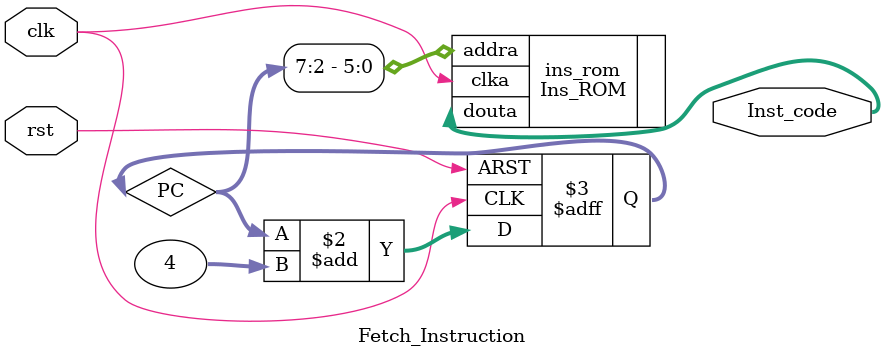
<source format=v>
`timescale 1ns / 1ps
module Fetch_Instruction(
    input rst,
    input clk,
    output [31:0] Inst_code
    );
	 
	 reg [31:0] PC;
	 
	 Ins_ROM ins_rom (
	 .clka(clk), // input clka
	 .addra(PC[7:2]), // input [5 : 0] addra
	 .douta(Inst_code) // output [31 : 0] douta
	 );
	 
	 always@(negedge clk or posedge rst)
	 begin
		if(rst)
			PC = 32'h0;
		else
			PC = PC + 32'h4;
	 end

endmodule

</source>
